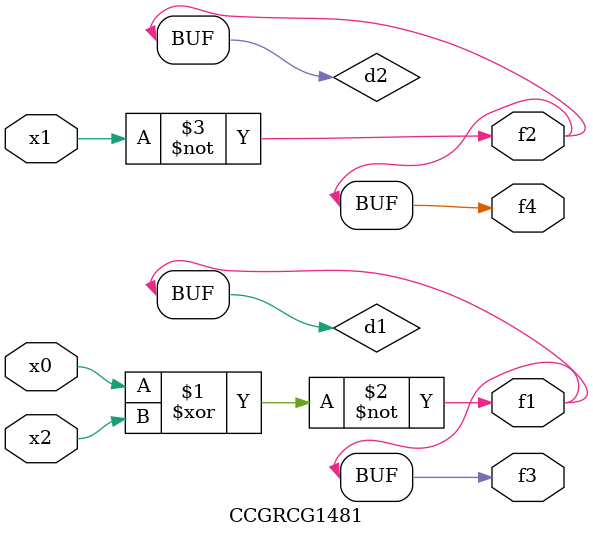
<source format=v>
module CCGRCG1481(
	input x0, x1, x2,
	output f1, f2, f3, f4
);

	wire d1, d2, d3;

	xnor (d1, x0, x2);
	nand (d2, x1);
	nor (d3, x1, x2);
	assign f1 = d1;
	assign f2 = d2;
	assign f3 = d1;
	assign f4 = d2;
endmodule

</source>
